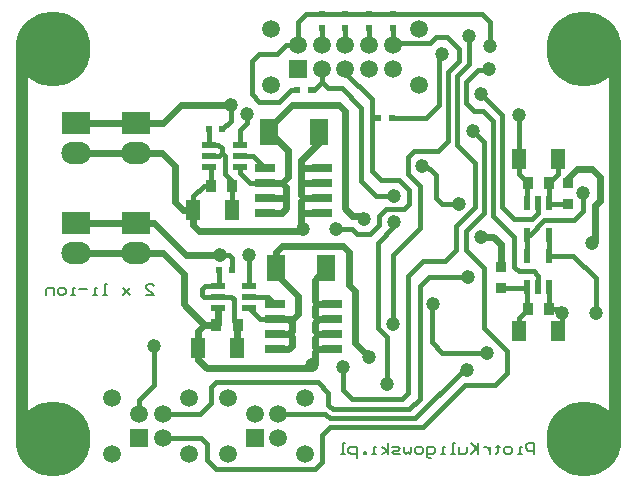
<source format=gbl>
G04 Layer_Physical_Order=2*
G04 Layer_Color=16711680*
%FSAX23Y23*%
%MOIN*%
G70*
G01*
G75*
%ADD12R,0.024X0.020*%
%ADD13R,0.035X0.035*%
%ADD16R,0.020X0.024*%
%ADD20R,0.024X0.048*%
%ADD21R,0.070X0.028*%
%ADD24C,0.039*%
%ADD25C,0.016*%
%ADD26C,0.024*%
%ADD27C,0.008*%
%ADD29C,0.250*%
%ADD30C,0.059*%
%ADD31R,0.059X0.059*%
%ADD32O,0.098X0.075*%
%ADD33R,0.098X0.075*%
%ADD34C,0.047*%
%ADD35R,0.045X0.071*%
%ADD36R,0.037X0.039*%
%ADD37R,0.064X0.091*%
%ADD38R,0.048X0.024*%
D12*
X02040Y02513D02*
D03*
Y02557D02*
D03*
X02115D02*
D03*
Y02513D02*
D03*
X02195Y02557D02*
D03*
Y02513D02*
D03*
X02275Y02557D02*
D03*
Y02513D02*
D03*
D13*
X02860Y01925D02*
D03*
Y01995D02*
D03*
X02635Y01645D02*
D03*
Y01715D02*
D03*
D16*
X02002Y02305D02*
D03*
X01958D02*
D03*
X02228Y02210D02*
D03*
X02272D02*
D03*
X01663Y02175D02*
D03*
X01707D02*
D03*
X01697Y01705D02*
D03*
X01740D02*
D03*
D20*
X02723Y01752D02*
D03*
Y01648D02*
D03*
X02760D02*
D03*
X02797D02*
D03*
Y01752D02*
D03*
X02797Y01823D02*
D03*
Y01927D02*
D03*
X02760D02*
D03*
X02723D02*
D03*
Y01823D02*
D03*
D21*
X02039Y01945D02*
D03*
X01851D02*
D03*
Y01895D02*
D03*
X02039D02*
D03*
Y01995D02*
D03*
X01851D02*
D03*
Y02045D02*
D03*
X02039D02*
D03*
X02072Y01490D02*
D03*
X01884D02*
D03*
Y01440D02*
D03*
X02072D02*
D03*
Y01540D02*
D03*
X01884D02*
D03*
Y01590D02*
D03*
X02072D02*
D03*
D24*
X01040Y01142D02*
X01142D01*
X01040D02*
Y02441D01*
X01142D01*
X03015Y01160D02*
Y02425D01*
X02999Y02441D02*
X03015Y02425D01*
X02913Y02441D02*
X02999D01*
X02997Y01142D02*
X03015Y01160D01*
X02913Y01142D02*
X02997D01*
D25*
X02325Y02025D02*
X02365Y01985D01*
Y01845D02*
Y01985D01*
X02276Y01756D02*
X02365Y01845D01*
X02295Y02005D02*
X02330Y01970D01*
Y01925D02*
Y01970D01*
X02314Y01909D02*
X02330Y01925D01*
X02254Y01909D02*
X02314D01*
X02485Y01770D02*
Y01850D01*
X02450Y01735D02*
X02485Y01770D01*
X02375Y01735D02*
X02450D01*
X02580Y01510D02*
Y01710D01*
X02520Y01770D02*
X02580Y01710D01*
X02520Y01770D02*
Y01835D01*
X02485Y01850D02*
X02550Y01915D01*
Y02060D01*
X02952Y01563D02*
Y01678D01*
X02878Y01752D02*
X02952Y01678D01*
X02797Y01752D02*
X02878D01*
X02515Y01320D02*
X02615D01*
X02375Y01180D02*
X02515Y01320D01*
X02065Y01180D02*
X02375D01*
X02512Y01372D02*
X02522D01*
X02350Y01210D02*
X02512Y01372D01*
X02065Y01210D02*
X02350D01*
X02325Y01295D02*
Y01685D01*
X02305Y01275D02*
X02325Y01295D01*
X02140Y01275D02*
X02305D01*
X02365D02*
Y01650D01*
X02330Y01240D02*
X02365Y01275D01*
X02075Y01240D02*
X02330D01*
X02110Y01305D02*
X02140Y01275D01*
X02110Y01305D02*
Y01380D01*
X02060Y01255D02*
Y01295D01*
X02025Y01330D02*
X02060Y01295D01*
X01685Y01330D02*
X02025D01*
X02060Y01255D02*
X02075Y01240D01*
X02051Y01224D02*
X02065Y01210D01*
X01894Y01224D02*
X02051D01*
X02040Y01155D02*
X02065Y01180D01*
X02040Y01065D02*
Y01155D01*
X02015Y01040D02*
X02040Y01065D01*
X01685Y01040D02*
X02015D01*
X02573Y02557D02*
X02600Y02530D01*
X02275Y02557D02*
X02573D01*
X02600Y02450D02*
Y02530D01*
X02495Y02400D02*
Y02440D01*
X02460Y02365D02*
X02495Y02400D01*
X02460Y02135D02*
Y02365D01*
X02530Y02390D02*
Y02485D01*
X02490Y02350D02*
X02530Y02390D01*
X02490Y02120D02*
Y02350D01*
X02560Y02370D02*
X02600D01*
X02520Y02330D02*
X02560Y02370D01*
X02520Y02260D02*
Y02330D01*
X02455Y02480D02*
X02495Y02440D01*
X02420Y02480D02*
X02455D01*
X02400Y02460D02*
X02420Y02480D01*
X02490Y02120D02*
X02550Y02060D01*
X02425Y02100D02*
X02460Y02135D01*
X02520Y02260D02*
X02545Y02235D01*
X02575D01*
X02430Y02255D02*
Y02415D01*
X02281Y02460D02*
X02400D01*
X02275Y02454D02*
X02281Y02460D01*
X02385Y02210D02*
X02430Y02255D01*
X02272Y02210D02*
X02385D01*
X02345Y02100D02*
X02425D01*
X02325Y02080D02*
X02345Y02100D01*
X02205Y02210D02*
Y02275D01*
Y02035D02*
Y02210D01*
X02228D01*
X02440Y01925D02*
X02480D01*
X02420Y01945D02*
X02440Y01925D01*
X02420Y01945D02*
Y02020D01*
X02543Y02167D02*
X02580Y02130D01*
Y01895D02*
Y02130D01*
X02520Y01835D02*
X02580Y01895D01*
X02575Y02235D02*
X02610Y02200D01*
Y01885D02*
Y02200D01*
Y01885D02*
X02680Y01815D01*
X02570Y02290D02*
X02640Y02220D01*
Y01915D02*
Y02220D01*
Y01915D02*
X02680Y01875D01*
X02325Y01685D02*
X02375Y01735D01*
X02225Y01510D02*
X02255Y01480D01*
Y01335D02*
Y01480D01*
Y01335D02*
X02265Y01325D01*
X02365Y01650D02*
X02398Y01683D01*
X02230Y01885D02*
X02254Y01909D01*
X02230Y01855D02*
Y01885D01*
X02117Y02363D02*
Y02375D01*
Y02363D02*
X02205Y02275D01*
Y02035D02*
X02235Y02005D01*
X02295D01*
X02200Y01825D02*
X02230Y01855D01*
X02155Y01825D02*
X02200D01*
X02140Y01840D02*
X02155Y01825D01*
X02085Y01840D02*
X02140D01*
X02225Y01510D02*
Y01795D01*
X02280Y01850D01*
X02220Y01950D02*
X02280D01*
X02170Y02000D02*
X02220Y01950D01*
X02170Y02000D02*
Y02245D01*
X02378Y02062D02*
X02420Y02020D01*
X02105Y02310D02*
X02170Y02245D01*
X01795Y01755D02*
X01795Y01755D01*
X01795Y01652D02*
Y01755D01*
X01700Y01755D02*
X01730D01*
X01740Y01745D01*
Y01705D02*
Y01745D01*
X01790Y02195D02*
Y02225D01*
X01767Y02172D02*
X01790Y02195D01*
X01767Y02122D02*
Y02172D01*
X01735Y02203D02*
Y02255D01*
X01707Y02175D02*
X01735Y02203D01*
X02880Y01870D02*
X02910Y01900D01*
X02780Y01870D02*
X02880D01*
X02910Y01900D02*
Y01960D01*
X02680Y01875D02*
X02740D01*
X02680Y01715D02*
Y01815D01*
Y01715D02*
X02695Y01700D01*
X02745D01*
X02760Y01685D01*
Y01648D02*
Y01685D01*
X02580Y01510D02*
X02655Y01435D01*
Y01360D02*
Y01435D01*
X02615Y01320D02*
X02655Y01360D01*
X01655Y01070D02*
X01685Y01040D01*
X01655Y01070D02*
Y01125D01*
X01635Y01145D02*
X01655Y01125D01*
X01509Y01145D02*
X01635D01*
X02398Y01683D02*
X02528D01*
X01670Y01315D02*
X01685Y01330D01*
X01670Y01260D02*
Y01315D01*
X01634Y01224D02*
X01670Y01260D01*
X01509Y01224D02*
X01634D01*
X02276Y01524D02*
Y01756D01*
X02280Y01850D02*
Y01865D01*
X01919Y02454D02*
X01960D01*
X01890Y02425D02*
X01919Y02454D01*
X01830Y02425D02*
X01890D01*
X01805Y02400D02*
X01830Y02425D01*
X01805Y02290D02*
Y02400D01*
Y02290D02*
X01830Y02265D01*
X01895D01*
X01935Y02305D01*
X01958D01*
X02012D02*
X02039Y02331D01*
X02002Y02305D02*
X02012D01*
X02039Y02331D02*
Y02375D01*
Y02331D02*
X02060Y02310D01*
X02105D01*
X02325Y02025D02*
Y02080D01*
X01960Y02454D02*
Y02530D01*
X01987Y02557D01*
X02040D01*
Y02455D02*
Y02513D01*
X02115Y02456D02*
Y02513D01*
X02195Y02455D02*
Y02513D01*
X02275Y02454D02*
Y02513D01*
X02195Y02557D02*
X02275D01*
X02115D02*
X02195D01*
X02040D02*
X02115D01*
X02695Y02220D02*
X02695Y02220D01*
Y02075D02*
Y02220D01*
X02840Y01515D02*
Y01560D01*
X02795Y01575D02*
X02825D01*
X02740Y01875D02*
X02760Y01895D01*
Y01927D01*
X02733Y01823D02*
X02780Y01870D01*
X02723Y01823D02*
X02733D01*
X01480Y01320D02*
Y01450D01*
X01430Y01270D02*
X01480Y01320D01*
X01430Y01224D02*
Y01270D01*
X02799Y01925D02*
X02865D01*
X02723Y01577D02*
Y01648D01*
X02655Y01645D02*
X02719D01*
X02695Y01500D02*
Y01545D01*
X02725Y01575D01*
X02797Y01577D02*
Y01648D01*
X02825Y02025D02*
Y02075D01*
X02795Y01995D02*
X02825Y02025D01*
X02695D02*
Y02075D01*
Y02025D02*
X02725Y01995D01*
X02797Y01927D02*
Y01993D01*
X02723Y01927D02*
Y01993D01*
X02797Y01752D02*
Y01823D01*
X02723Y01752D02*
Y01823D01*
X01767Y02028D02*
Y02048D01*
Y02028D02*
X01800Y01995D01*
X01851D01*
X01767Y02085D02*
X01810D01*
X01851Y02045D01*
X01610Y01905D02*
Y01950D01*
X01645Y01985D01*
X01670D01*
X01740Y01905D02*
Y01985D01*
X01705Y02095D02*
X01715Y02085D01*
Y02025D02*
Y02085D01*
Y02025D02*
X01740Y02000D01*
Y01985D02*
Y02000D01*
X01663Y02048D02*
X01670Y02041D01*
Y01985D02*
Y02041D01*
X01705Y02095D02*
Y02110D01*
X01693Y02122D02*
X01705Y02110D01*
X01663Y02122D02*
X01693D01*
X01663Y02123D02*
Y02175D01*
X01695Y02085D02*
X01705Y02095D01*
X01663Y02085D02*
X01695D01*
X02405Y01585D02*
X02410Y01590D01*
X02405Y01465D02*
Y01585D01*
Y01465D02*
X02441Y01429D01*
X02589D01*
X01745Y01534D02*
X01759Y01520D01*
X01737Y01615D02*
X01745Y01607D01*
X01647Y01615D02*
X01692D01*
X01640Y01622D02*
X01647Y01615D01*
X01697Y01657D02*
Y01705D01*
X01650Y01652D02*
X01692D01*
X01795Y01578D02*
X01833Y01540D01*
X01640Y01622D02*
Y01642D01*
X01650Y01652D01*
X01745Y01534D02*
Y01607D01*
X01833Y01540D02*
X01884D01*
X01859Y01615D02*
X01884Y01590D01*
X01795Y01615D02*
X01859D01*
X01692D02*
X01737D01*
D26*
X02130Y01655D02*
X02150Y01635D01*
Y01461D02*
Y01635D01*
Y01461D02*
X02195Y01415D01*
X01480Y01860D02*
X01585Y01755D01*
X01700D01*
X01570Y02255D02*
X01735D01*
X01510Y02195D02*
X01570Y02255D01*
X01420Y02195D02*
X01510D01*
X02950Y01921D02*
X02965Y01936D01*
X02950Y01805D02*
Y01921D01*
X02940Y01795D02*
X02950Y01805D01*
X02965Y01974D02*
Y02015D01*
Y01974D02*
X02965Y01974D01*
Y01936D02*
Y01974D01*
X02940Y02040D02*
X02965Y02015D01*
X02890Y02040D02*
X02940D01*
X02860Y02010D02*
X02890Y02040D01*
X02860Y02000D02*
Y02010D01*
X02610Y01815D02*
X02635Y01790D01*
Y01715D02*
Y01790D01*
X01940Y02255D02*
X02095D01*
X01863Y02178D02*
X01940Y02255D01*
X01863Y02165D02*
Y02178D01*
X02570Y01815D02*
X02610D01*
X02140Y01885D02*
X02185D01*
X01648Y01520D02*
Y01522D01*
X01580Y01590D02*
X01648Y01522D01*
X01580Y01590D02*
Y01690D01*
X01510Y01760D02*
X01580Y01690D01*
X01420Y01760D02*
X01510D01*
X01420Y01860D02*
X01480D01*
X01420Y02095D02*
X01505D01*
X01550Y02050D01*
Y01930D02*
Y02050D01*
Y01930D02*
X01575Y01905D01*
X01610D01*
X01220Y01760D02*
X01420D01*
X01220Y01860D02*
X01420D01*
X01220Y02095D02*
X01420D01*
X01220Y02195D02*
X01420D01*
X02110Y01785D02*
X02130Y01765D01*
X01905Y01785D02*
X02110D01*
X01886Y01766D02*
X01905Y01785D01*
X01886Y01710D02*
Y01766D01*
X02130Y01655D02*
Y01765D01*
X02115Y01910D02*
X02140Y01885D01*
X02115Y01910D02*
Y02235D01*
X02095Y02255D02*
X02115Y02235D01*
X01970Y01860D02*
X01980Y01850D01*
X01965Y01835D02*
X01980Y01850D01*
X01630Y01835D02*
X01965D01*
X01610Y01855D02*
Y01905D01*
Y01855D02*
X01630Y01835D01*
X01970Y01860D02*
Y01900D01*
X01905Y01995D02*
X01925Y02015D01*
Y02104D01*
X01863Y02165D02*
X01925Y02104D01*
X01970Y02040D02*
Y02070D01*
X02029Y02129D01*
Y02165D01*
X01970Y01995D02*
X01980D01*
X01975Y02045D02*
X02039D01*
X01970Y02040D02*
X01975Y02045D01*
X01970Y01995D02*
Y02040D01*
Y01995D02*
X01970Y01995D01*
X01980D02*
X02039D01*
X01970Y01985D02*
X01980Y01995D01*
X01970Y01955D02*
Y01985D01*
X01975Y01895D02*
X02039D01*
X01970Y01900D02*
X01975Y01895D01*
X01970Y01900D02*
Y01935D01*
X01980Y01945D01*
X01970Y01955D02*
X01980Y01945D01*
X02039D01*
X01905Y01995D02*
X01920Y01980D01*
Y01910D02*
Y01980D01*
X01851Y01995D02*
X01905D01*
X01851Y01945D02*
X01910D01*
X01905Y01895D02*
X01920Y01910D01*
X01851Y01895D02*
X01905D01*
X02005Y01387D02*
X02015Y01397D01*
X01995Y01377D02*
X02005Y01387D01*
X01884Y01440D02*
X01927D01*
X01884Y01540D02*
X01928D01*
X01886Y01691D02*
Y01710D01*
X01648Y01520D02*
X01688D01*
X01692Y01524D01*
X01927Y01490D02*
X01933D01*
X01884D02*
X01927D01*
X01758Y01445D02*
Y01520D01*
X01692Y01524D02*
Y01578D01*
X01960Y01557D02*
Y01617D01*
X01927Y01440D02*
X01940Y01452D01*
X02015Y01447D02*
X02023Y01440D01*
X02015Y01527D02*
X02028Y01540D01*
X02015Y01502D02*
Y01527D01*
X01928Y01540D02*
X01940Y01527D01*
Y01502D02*
Y01527D01*
X01928Y01540D02*
X01942D01*
X02015Y01582D02*
X02022Y01590D01*
X02015Y01602D02*
X02028Y01590D01*
X02022D02*
X02028D01*
X02015Y01673D02*
X02053Y01710D01*
X01628Y01501D02*
X01648Y01520D01*
X02015Y01552D02*
Y01582D01*
Y01552D02*
X02028Y01540D01*
X02015Y01502D02*
X02028Y01490D01*
X02015Y01447D02*
Y01477D01*
X01927Y01490D02*
X01940Y01502D01*
X01933Y01490D02*
X01940Y01482D01*
Y01452D02*
Y01482D01*
X01942Y01540D02*
X01960Y01557D01*
X02015Y01397D02*
Y01432D01*
X01886Y01691D02*
X01960Y01617D01*
X01628Y01445D02*
Y01501D01*
Y01404D02*
Y01445D01*
Y01404D02*
X01655Y01377D01*
X02015Y01602D02*
Y01673D01*
X01655Y01377D02*
X01995D01*
X02023Y01440D02*
X02072D01*
X02028Y01540D02*
X02072D01*
X02028Y01590D02*
X02072D01*
X02028Y01490D02*
X02072D01*
D27*
X01454Y01620D02*
X01480D01*
X01454Y01646D01*
Y01653D01*
X01460Y01659D01*
X01473D01*
X01480Y01653D01*
X01401Y01646D02*
X01375Y01620D01*
X01388Y01633D01*
X01375Y01646D01*
X01401Y01620D01*
X01323D02*
X01309D01*
X01316D01*
Y01659D01*
X01323D01*
X01290Y01620D02*
X01277D01*
X01283D01*
Y01646D01*
X01290D01*
X01257Y01640D02*
X01231D01*
X01218Y01620D02*
X01204D01*
X01211D01*
Y01646D01*
X01218D01*
X01178Y01620D02*
X01165D01*
X01159Y01627D01*
Y01640D01*
X01165Y01646D01*
X01178D01*
X01185Y01640D01*
Y01627D01*
X01178Y01620D01*
X01145D02*
Y01646D01*
X01126D01*
X01119Y01640D01*
Y01620D01*
X02745Y01090D02*
Y01129D01*
X02725D01*
X02719Y01123D01*
Y01110D01*
X02725Y01103D01*
X02745D01*
X02706Y01090D02*
X02693D01*
X02699D01*
Y01116D01*
X02706D01*
X02666Y01090D02*
X02653D01*
X02647Y01097D01*
Y01110D01*
X02653Y01116D01*
X02666D01*
X02673Y01110D01*
Y01097D01*
X02666Y01090D01*
X02627Y01123D02*
Y01116D01*
X02633D01*
X02620D01*
X02627D01*
Y01097D01*
X02620Y01090D01*
X02601Y01116D02*
Y01090D01*
Y01103D01*
X02594Y01110D01*
X02588Y01116D01*
X02581D01*
X02561Y01129D02*
Y01090D01*
Y01103D01*
X02535Y01129D01*
X02555Y01110D01*
X02535Y01090D01*
X02522Y01116D02*
Y01097D01*
X02515Y01090D01*
X02496D01*
Y01116D01*
X02483Y01090D02*
X02469D01*
X02476D01*
Y01129D01*
X02483D01*
X02450Y01090D02*
X02437D01*
X02443D01*
Y01116D01*
X02450D01*
X02404Y01077D02*
X02397D01*
X02391Y01083D01*
Y01116D01*
X02410D01*
X02417Y01110D01*
Y01097D01*
X02410Y01090D01*
X02391D01*
X02371D02*
X02358D01*
X02351Y01097D01*
Y01110D01*
X02358Y01116D01*
X02371D01*
X02378Y01110D01*
Y01097D01*
X02371Y01090D01*
X02338Y01116D02*
Y01097D01*
X02332Y01090D01*
X02325Y01097D01*
X02319Y01090D01*
X02312Y01097D01*
Y01116D01*
X02299Y01090D02*
X02279D01*
X02273Y01097D01*
X02279Y01103D01*
X02292D01*
X02299Y01110D01*
X02292Y01116D01*
X02273D01*
X02260Y01090D02*
Y01129D01*
Y01103D02*
X02240Y01116D01*
X02260Y01103D02*
X02240Y01090D01*
X02220D02*
X02207D01*
X02214D01*
Y01116D01*
X02220D01*
X02187Y01090D02*
Y01097D01*
X02181D01*
Y01090D01*
X02187D01*
X02155Y01077D02*
Y01116D01*
X02135D01*
X02128Y01110D01*
Y01097D01*
X02135Y01090D01*
X02155D01*
X02115D02*
X02102D01*
X02109D01*
Y01129D01*
X02115D01*
D29*
X02913Y01142D02*
D03*
X01142D02*
D03*
X02913Y02441D02*
D03*
X01142D02*
D03*
D30*
X01894Y01224D02*
D03*
X01982Y01279D02*
D03*
Y01092D02*
D03*
X01726Y01091D02*
D03*
Y01278D02*
D03*
X01815Y01224D02*
D03*
X01894Y01145D02*
D03*
X02196Y02375D02*
D03*
Y02454D02*
D03*
X02117Y02375D02*
D03*
Y02454D02*
D03*
X02275D02*
D03*
X02364Y02509D02*
D03*
Y02322D02*
D03*
X01871Y02321D02*
D03*
Y02508D02*
D03*
X01960Y02454D02*
D03*
X02275Y02375D02*
D03*
X02039D02*
D03*
Y02454D02*
D03*
X01509Y01224D02*
D03*
X01597Y01279D02*
D03*
Y01092D02*
D03*
X01341Y01091D02*
D03*
Y01278D02*
D03*
X01430Y01224D02*
D03*
X01509Y01145D02*
D03*
D31*
X01815D02*
D03*
X01960Y02375D02*
D03*
X01430Y01145D02*
D03*
D32*
X01420Y01760D02*
D03*
X01220D02*
D03*
X01420Y02095D02*
D03*
X01220D02*
D03*
D33*
X01420Y01860D02*
D03*
X01220D02*
D03*
X01420Y02195D02*
D03*
X01220D02*
D03*
D34*
X02600Y02450D02*
D03*
X02530Y02485D02*
D03*
X02440Y02425D02*
D03*
X02595Y02375D02*
D03*
X02495Y01925D02*
D03*
X02570Y02290D02*
D03*
X02255Y01325D02*
D03*
X02280Y01950D02*
D03*
X02085Y01840D02*
D03*
X01795Y01755D02*
D03*
X01700D02*
D03*
X01790Y02225D02*
D03*
X01735Y02255D02*
D03*
X02940Y01795D02*
D03*
X02910Y01960D02*
D03*
X02280Y01865D02*
D03*
X02522Y01372D02*
D03*
X02695Y02220D02*
D03*
X02840Y01560D02*
D03*
X02570Y01815D02*
D03*
X02528Y01683D02*
D03*
X02543Y02167D02*
D03*
X02110Y01380D02*
D03*
X02276Y01524D02*
D03*
X02952Y01563D02*
D03*
X01480Y01450D02*
D03*
X02181Y01875D02*
D03*
X01976Y01840D02*
D03*
X02374Y02053D02*
D03*
X02410Y01590D02*
D03*
X02589Y01429D02*
D03*
X02195Y01415D02*
D03*
X02005Y01387D02*
D03*
D35*
X02825Y01500D02*
D03*
X02695D02*
D03*
X02825Y02075D02*
D03*
X02695D02*
D03*
X01610Y01905D02*
D03*
X01740D02*
D03*
X01628Y01445D02*
D03*
X01758D02*
D03*
D36*
X02795Y01575D02*
D03*
X02725D02*
D03*
X02795Y01995D02*
D03*
X02725D02*
D03*
X01670Y01985D02*
D03*
X01740D02*
D03*
X01688Y01520D02*
D03*
X01759D02*
D03*
D37*
X01863Y02165D02*
D03*
X02029D02*
D03*
X01886Y01710D02*
D03*
X02053D02*
D03*
D38*
X01767Y02048D02*
D03*
X01663D02*
D03*
X01767Y02085D02*
D03*
X01663D02*
D03*
Y02122D02*
D03*
X01767D02*
D03*
X01795Y01578D02*
D03*
X01692D02*
D03*
X01795Y01615D02*
D03*
X01692D02*
D03*
Y01652D02*
D03*
X01795D02*
D03*
M02*

</source>
